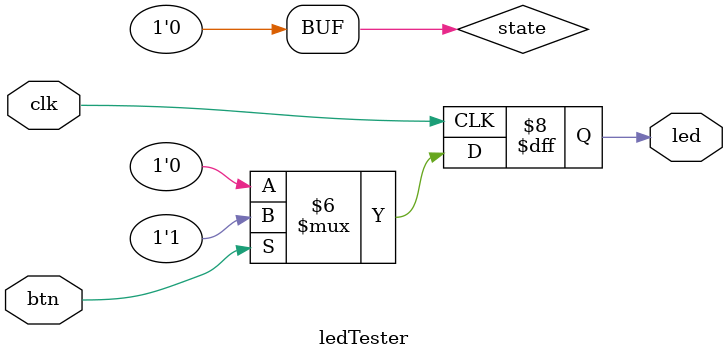
<source format=sv>
module ledTester(clk,led, btn);

input clk;
input btn;

output reg led = 0;
reg state = 0;

reg[31:0] count;
parameter D = 32'd25000000;

always @(posedge clk) begin

//	count <= count + 32'd1;
//	
//	
//	if(count >=(D-1)) begin
//		count <=32'd0;
//		
//		if(led==0)
//			led=1;
//		else if(led==1)
//			led=0;
//		
//		end

	if(btn==1) begin
		//state = ~state;
		led =1;
	end
	
	else
		led = 0;


end


endmodule
</source>
